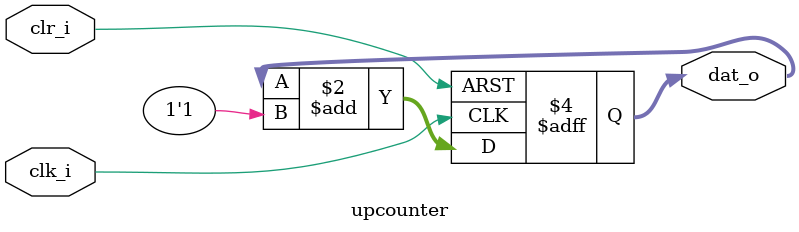
<source format=v>
module upcounter (
	clk_i, dat_o, clr_i
);

//
// parameters
//
parameter width = 10;

//
// I/O
//
	input clk_i;
	output reg [width-1:0] dat_o;
	input clr_i;
	
//
// Internal Wires & Registers
//

		
//
// Module Description
//
	initial begin
		dat_o <= 0;
	end

	always @ (posedge clk_i or posedge clr_i) begin
		if(clr_i)
			dat_o <= 0;
		else
			dat_o <= dat_o + 1'b1;
	end
		
endmodule

</source>
